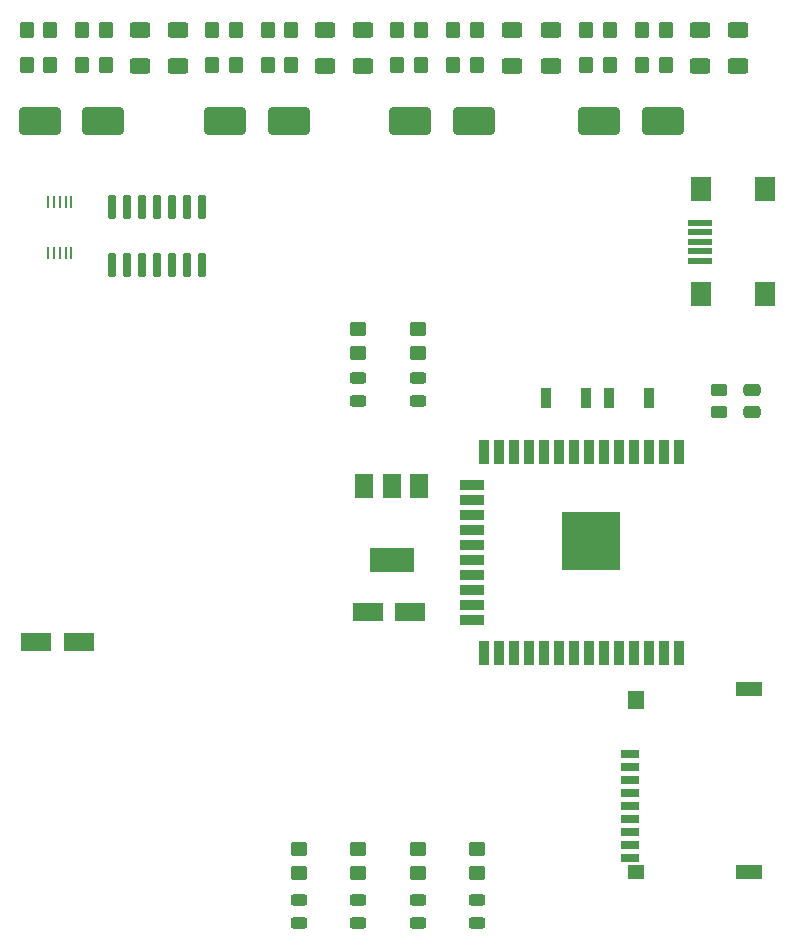
<source format=gtp>
G04 #@! TF.GenerationSoftware,KiCad,Pcbnew,8.0.4*
G04 #@! TF.CreationDate,2024-11-14T12:54:13+07:00*
G04 #@! TF.ProjectId,Ver04,56657230-342e-46b6-9963-61645f706362,rev?*
G04 #@! TF.SameCoordinates,Original*
G04 #@! TF.FileFunction,Paste,Top*
G04 #@! TF.FilePolarity,Positive*
%FSLAX46Y46*%
G04 Gerber Fmt 4.6, Leading zero omitted, Abs format (unit mm)*
G04 Created by KiCad (PCBNEW 8.0.4) date 2024-11-14 12:54:13*
%MOMM*%
%LPD*%
G01*
G04 APERTURE LIST*
G04 Aperture macros list*
%AMRoundRect*
0 Rectangle with rounded corners*
0 $1 Rounding radius*
0 $2 $3 $4 $5 $6 $7 $8 $9 X,Y pos of 4 corners*
0 Add a 4 corners polygon primitive as box body*
4,1,4,$2,$3,$4,$5,$6,$7,$8,$9,$2,$3,0*
0 Add four circle primitives for the rounded corners*
1,1,$1+$1,$2,$3*
1,1,$1+$1,$4,$5*
1,1,$1+$1,$6,$7*
1,1,$1+$1,$8,$9*
0 Add four rect primitives between the rounded corners*
20,1,$1+$1,$2,$3,$4,$5,0*
20,1,$1+$1,$4,$5,$6,$7,0*
20,1,$1+$1,$6,$7,$8,$9,0*
20,1,$1+$1,$8,$9,$2,$3,0*%
G04 Aperture macros list end*
%ADD10RoundRect,0.250000X-0.450000X0.350000X-0.450000X-0.350000X0.450000X-0.350000X0.450000X0.350000X0*%
%ADD11RoundRect,0.250000X1.050000X0.550000X-1.050000X0.550000X-1.050000X-0.550000X1.050000X-0.550000X0*%
%ADD12RoundRect,0.250000X-0.350000X-0.450000X0.350000X-0.450000X0.350000X0.450000X-0.350000X0.450000X0*%
%ADD13RoundRect,0.250000X-0.625000X0.400000X-0.625000X-0.400000X0.625000X-0.400000X0.625000X0.400000X0*%
%ADD14RoundRect,0.243750X0.456250X-0.243750X0.456250X0.243750X-0.456250X0.243750X-0.456250X-0.243750X0*%
%ADD15R,1.500000X2.000000*%
%ADD16R,3.800000X2.000000*%
%ADD17RoundRect,0.250000X1.500000X0.900000X-1.500000X0.900000X-1.500000X-0.900000X1.500000X-0.900000X0*%
%ADD18R,0.250000X1.100000*%
%ADD19RoundRect,0.250000X0.450000X-0.350000X0.450000X0.350000X-0.450000X0.350000X-0.450000X-0.350000X0*%
%ADD20R,0.900000X1.700000*%
%ADD21RoundRect,0.250000X-1.050000X-0.550000X1.050000X-0.550000X1.050000X0.550000X-1.050000X0.550000X0*%
%ADD22R,0.900000X2.000000*%
%ADD23R,2.000000X0.900000*%
%ADD24R,5.000000X5.000000*%
%ADD25R,2.000000X0.500000*%
%ADD26R,1.700000X2.000000*%
%ADD27RoundRect,0.250000X-0.475000X0.250000X-0.475000X-0.250000X0.475000X-0.250000X0.475000X0.250000X0*%
%ADD28R,1.600000X0.700000*%
%ADD29R,2.200000X1.200000*%
%ADD30R,1.400000X1.600000*%
%ADD31R,1.400000X1.200000*%
%ADD32RoundRect,0.042000X0.258000X-0.943000X0.258000X0.943000X-0.258000X0.943000X-0.258000X-0.943000X0*%
%ADD33RoundRect,0.250000X-0.450000X0.262500X-0.450000X-0.262500X0.450000X-0.262500X0.450000X0.262500X0*%
G04 APERTURE END LIST*
D10*
X67500000Y-115800000D03*
X67500000Y-117800000D03*
X82500000Y-115800000D03*
X82500000Y-117800000D03*
D11*
X48800000Y-98300000D03*
X45200000Y-98300000D03*
D10*
X72500000Y-71800000D03*
X72500000Y-73800000D03*
D12*
X44400000Y-49400000D03*
X46400000Y-49400000D03*
D13*
X69700000Y-46450000D03*
X69700000Y-49550000D03*
D12*
X60100000Y-49400000D03*
X62100000Y-49400000D03*
D14*
X72500000Y-122037500D03*
X72500000Y-120162500D03*
D15*
X77600000Y-85050000D03*
X75300000Y-85050000D03*
D16*
X75300000Y-91350000D03*
D15*
X73000000Y-85050000D03*
D12*
X96500000Y-46500000D03*
X98500000Y-46500000D03*
D17*
X98300000Y-54200000D03*
X92900000Y-54200000D03*
D12*
X64800000Y-46500000D03*
X66800000Y-46500000D03*
D18*
X46200000Y-65350000D03*
X46700000Y-65350000D03*
X47200000Y-65350000D03*
X47700000Y-65350000D03*
X48200000Y-65350000D03*
X48200000Y-61050000D03*
X47700000Y-61050000D03*
X47200000Y-61050000D03*
X46700000Y-61050000D03*
X46200000Y-61050000D03*
D19*
X77500000Y-73800000D03*
X77500000Y-71800000D03*
D20*
X88400000Y-77600000D03*
X91800000Y-77600000D03*
D13*
X88800000Y-46450000D03*
X88800000Y-49550000D03*
D21*
X73300000Y-95700000D03*
X76900000Y-95700000D03*
D12*
X91800000Y-46500000D03*
X93800000Y-46500000D03*
D14*
X82500000Y-122037500D03*
X82500000Y-120162500D03*
D17*
X66600000Y-54200000D03*
X61200000Y-54200000D03*
D13*
X85500000Y-46450000D03*
X85500000Y-49550000D03*
D12*
X80500000Y-46500000D03*
X82500000Y-46500000D03*
D14*
X77500000Y-77837500D03*
X77500000Y-75962500D03*
D22*
X99655000Y-82200000D03*
X98385000Y-82200000D03*
X97115000Y-82200000D03*
X95845000Y-82200000D03*
X94575000Y-82200000D03*
X93305000Y-82200000D03*
X92035000Y-82200000D03*
X90765000Y-82200000D03*
X89495000Y-82200000D03*
X88225000Y-82200000D03*
X86955000Y-82200000D03*
X85685000Y-82200000D03*
X84415000Y-82200000D03*
X83145000Y-82200000D03*
D23*
X82145000Y-84985000D03*
X82145000Y-86255000D03*
X82145000Y-87525000D03*
X82145000Y-88795000D03*
X82145000Y-90065000D03*
X82145000Y-91335000D03*
X82145000Y-92605000D03*
X82145000Y-93875000D03*
X82145000Y-95145000D03*
X82145000Y-96415000D03*
D22*
X83145000Y-99200000D03*
X84415000Y-99200000D03*
X85685000Y-99200000D03*
X86955000Y-99200000D03*
X88225000Y-99200000D03*
X89495000Y-99200000D03*
X90765000Y-99200000D03*
X92035000Y-99200000D03*
X93305000Y-99200000D03*
X94575000Y-99200000D03*
X95845000Y-99200000D03*
X97115000Y-99200000D03*
X98385000Y-99200000D03*
X99655000Y-99200000D03*
D24*
X92155000Y-89700000D03*
D13*
X54000000Y-46450000D03*
X54000000Y-49550000D03*
D12*
X96500000Y-49400000D03*
X98500000Y-49400000D03*
X75800000Y-46500000D03*
X77800000Y-46500000D03*
D25*
X101400000Y-66000000D03*
X101400000Y-65200000D03*
X101400000Y-64400000D03*
X101400000Y-63600000D03*
X101400000Y-62800000D03*
D26*
X101500000Y-68850000D03*
X106950000Y-68850000D03*
X101500000Y-59950000D03*
X106950000Y-59950000D03*
D13*
X72900000Y-46450000D03*
X72900000Y-49550000D03*
D14*
X77500000Y-122037500D03*
X77500000Y-120162500D03*
D27*
X105800000Y-76950000D03*
X105800000Y-78850000D03*
D12*
X44400000Y-46500000D03*
X46400000Y-46500000D03*
D13*
X101400000Y-46450000D03*
X101400000Y-49550000D03*
D12*
X49100000Y-49400000D03*
X51100000Y-49400000D03*
D14*
X72500000Y-77837500D03*
X72500000Y-75962500D03*
D28*
X95478145Y-107784968D03*
X95478145Y-108884968D03*
X95478145Y-109984968D03*
X95478145Y-111084968D03*
X95478145Y-112184968D03*
X95478145Y-113284968D03*
X95478145Y-114384968D03*
X95478145Y-115484968D03*
X95478145Y-116584968D03*
D29*
X105578145Y-102284968D03*
D30*
X95978145Y-103184968D03*
D29*
X105578145Y-117784968D03*
D31*
X95978145Y-117784968D03*
D12*
X60100000Y-46500000D03*
X62100000Y-46500000D03*
X80500000Y-49400000D03*
X82500000Y-49400000D03*
X49100000Y-46500000D03*
X51100000Y-46500000D03*
D32*
X51590000Y-66375000D03*
X52860000Y-66375000D03*
X54130000Y-66375000D03*
X55400000Y-66375000D03*
X56670000Y-66375000D03*
X57940000Y-66375000D03*
X59210000Y-66375000D03*
X59210000Y-61425000D03*
X57940000Y-61425000D03*
X56670000Y-61425000D03*
X55400000Y-61425000D03*
X54130000Y-61425000D03*
X52860000Y-61425000D03*
X51590000Y-61425000D03*
D13*
X104600000Y-46450000D03*
X104600000Y-49550000D03*
D12*
X64800000Y-49400000D03*
X66800000Y-49400000D03*
D17*
X82300000Y-54200000D03*
X76900000Y-54200000D03*
D12*
X75800000Y-49400000D03*
X77800000Y-49400000D03*
X91800000Y-49400000D03*
X93800000Y-49400000D03*
D20*
X97100000Y-77600000D03*
X93700000Y-77600000D03*
D10*
X77500000Y-115800000D03*
X77500000Y-117800000D03*
D17*
X50900000Y-54200000D03*
X45500000Y-54200000D03*
D14*
X67500000Y-122037500D03*
X67500000Y-120162500D03*
D13*
X57200000Y-46450000D03*
X57200000Y-49550000D03*
D10*
X72500000Y-115800000D03*
X72500000Y-117800000D03*
D33*
X103000000Y-76987500D03*
X103000000Y-78812500D03*
M02*

</source>
